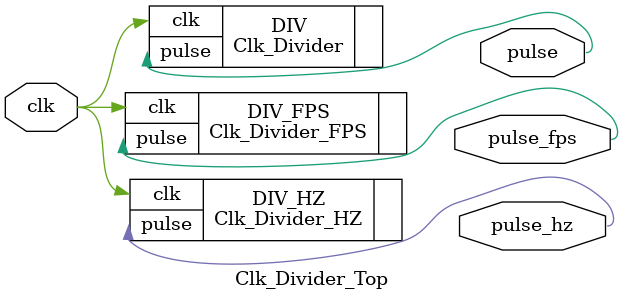
<source format=v>
module Clk_Divider_Top (
    input clk,
    output pulse_hz, 
    output pulse_fps,
    output pulse
);

Clk_Divider_HZ #(
    .CLK_SPEED_HZ(12),
    .TARGET_SPEED_HZ(3)
) DIV_HZ (
    .clk(clk),
    .pulse(pulse_hz)
);

Clk_Divider #(
    .COUNT_MAX(5)
) DIV (
    .clk(clk),
    .pulse(pulse)
);

Clk_Divider_FPS #(
    .CLK_SPEED_HZ(10_000_000),
    .FPS(60)
) DIV_FPS (
    .clk(clk),
    .pulse(pulse_fps)
);

endmodule

</source>
